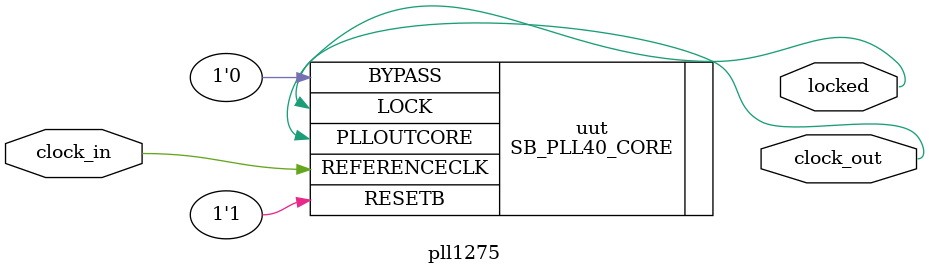
<source format=v>
/**
 * PLL configuration
 *
 * This Verilog module was generated automatically
 * using the icepll tool from the IceStorm project.
 * Use at your own risk.
 *
 * Given input frequency:        12.000 MHz
 * Requested output frequency:  128.000 MHz
 * Achieved output frequency:   127.500 MHz
 */

module pll1275(
	input  clock_in,
	output clock_out,
	output locked
	);

SB_PLL40_CORE #(
		.FEEDBACK_PATH("SIMPLE"),
		.DIVR(4'b0000),		// DIVR =  0
		.DIVF(7'b1010100),	// DIVF = 84
		.DIVQ(3'b011),		// DIVQ =  3
		.FILTER_RANGE(3'b001)	// FILTER_RANGE = 1
	) uut (
		.LOCK(locked),
		.RESETB(1'b1),
		.BYPASS(1'b0),
		.REFERENCECLK(clock_in),
		.PLLOUTCORE(clock_out)
		);

endmodule

</source>
